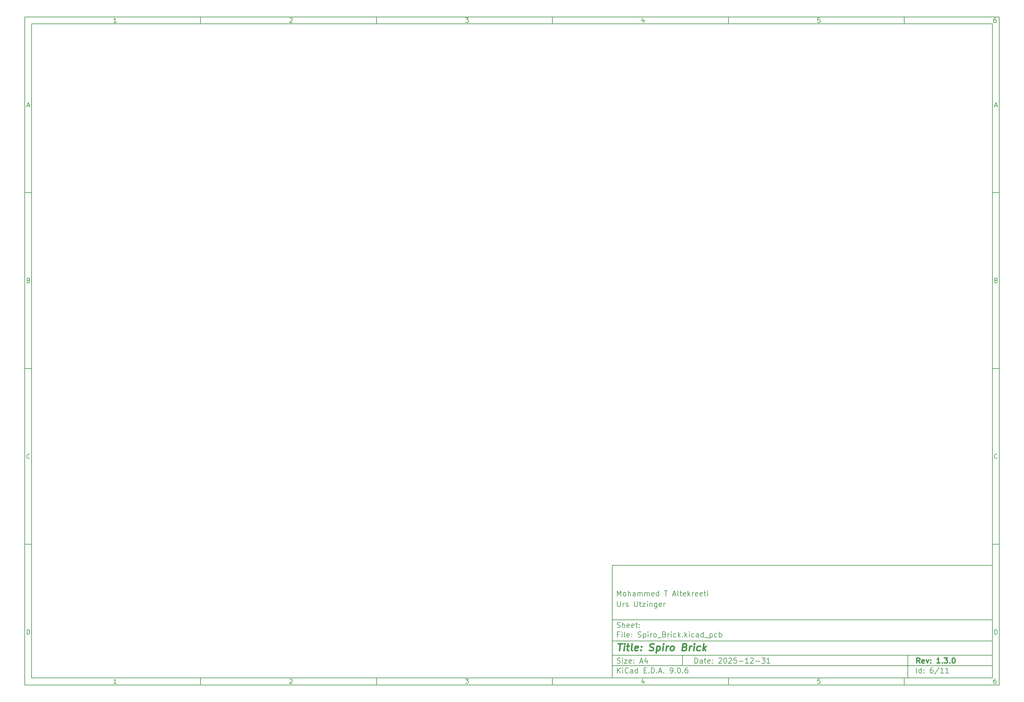
<source format=gbr>
%TF.GenerationSoftware,KiCad,Pcbnew,9.0.6-9.0.6~ubuntu22.04.1*%
%TF.CreationDate,2026-01-05T20:27:44-07:00*%
%TF.ProjectId,Spiro_Brick,53706972-6f5f-4427-9269-636b2e6b6963,1.3.0*%
%TF.SameCoordinates,Original*%
%TF.FileFunction,Legend,Bot*%
%TF.FilePolarity,Positive*%
%FSLAX46Y46*%
G04 Gerber Fmt 4.6, Leading zero omitted, Abs format (unit mm)*
G04 Created by KiCad (PCBNEW 9.0.6-9.0.6~ubuntu22.04.1) date 2026-01-05 20:27:44*
%MOMM*%
%LPD*%
G01*
G04 APERTURE LIST*
%ADD10C,0.100000*%
%ADD11C,0.150000*%
%ADD12C,0.300000*%
%ADD13C,0.400000*%
G04 APERTURE END LIST*
D10*
D11*
X177002200Y-166007200D02*
X285002200Y-166007200D01*
X285002200Y-198007200D01*
X177002200Y-198007200D01*
X177002200Y-166007200D01*
D10*
D11*
X10000000Y-10000000D02*
X287002200Y-10000000D01*
X287002200Y-200007200D01*
X10000000Y-200007200D01*
X10000000Y-10000000D01*
D10*
D11*
X12000000Y-12000000D02*
X285002200Y-12000000D01*
X285002200Y-198007200D01*
X12000000Y-198007200D01*
X12000000Y-12000000D01*
D10*
D11*
X60000000Y-12000000D02*
X60000000Y-10000000D01*
D10*
D11*
X110000000Y-12000000D02*
X110000000Y-10000000D01*
D10*
D11*
X160000000Y-12000000D02*
X160000000Y-10000000D01*
D10*
D11*
X210000000Y-12000000D02*
X210000000Y-10000000D01*
D10*
D11*
X260000000Y-12000000D02*
X260000000Y-10000000D01*
D10*
D11*
X36089160Y-11593604D02*
X35346303Y-11593604D01*
X35717731Y-11593604D02*
X35717731Y-10293604D01*
X35717731Y-10293604D02*
X35593922Y-10479319D01*
X35593922Y-10479319D02*
X35470112Y-10603128D01*
X35470112Y-10603128D02*
X35346303Y-10665033D01*
D10*
D11*
X85346303Y-10417414D02*
X85408207Y-10355509D01*
X85408207Y-10355509D02*
X85532017Y-10293604D01*
X85532017Y-10293604D02*
X85841541Y-10293604D01*
X85841541Y-10293604D02*
X85965350Y-10355509D01*
X85965350Y-10355509D02*
X86027255Y-10417414D01*
X86027255Y-10417414D02*
X86089160Y-10541223D01*
X86089160Y-10541223D02*
X86089160Y-10665033D01*
X86089160Y-10665033D02*
X86027255Y-10850747D01*
X86027255Y-10850747D02*
X85284398Y-11593604D01*
X85284398Y-11593604D02*
X86089160Y-11593604D01*
D10*
D11*
X135284398Y-10293604D02*
X136089160Y-10293604D01*
X136089160Y-10293604D02*
X135655826Y-10788842D01*
X135655826Y-10788842D02*
X135841541Y-10788842D01*
X135841541Y-10788842D02*
X135965350Y-10850747D01*
X135965350Y-10850747D02*
X136027255Y-10912652D01*
X136027255Y-10912652D02*
X136089160Y-11036461D01*
X136089160Y-11036461D02*
X136089160Y-11345985D01*
X136089160Y-11345985D02*
X136027255Y-11469795D01*
X136027255Y-11469795D02*
X135965350Y-11531700D01*
X135965350Y-11531700D02*
X135841541Y-11593604D01*
X135841541Y-11593604D02*
X135470112Y-11593604D01*
X135470112Y-11593604D02*
X135346303Y-11531700D01*
X135346303Y-11531700D02*
X135284398Y-11469795D01*
D10*
D11*
X185965350Y-10726938D02*
X185965350Y-11593604D01*
X185655826Y-10231700D02*
X185346303Y-11160271D01*
X185346303Y-11160271D02*
X186151064Y-11160271D01*
D10*
D11*
X236027255Y-10293604D02*
X235408207Y-10293604D01*
X235408207Y-10293604D02*
X235346303Y-10912652D01*
X235346303Y-10912652D02*
X235408207Y-10850747D01*
X235408207Y-10850747D02*
X235532017Y-10788842D01*
X235532017Y-10788842D02*
X235841541Y-10788842D01*
X235841541Y-10788842D02*
X235965350Y-10850747D01*
X235965350Y-10850747D02*
X236027255Y-10912652D01*
X236027255Y-10912652D02*
X236089160Y-11036461D01*
X236089160Y-11036461D02*
X236089160Y-11345985D01*
X236089160Y-11345985D02*
X236027255Y-11469795D01*
X236027255Y-11469795D02*
X235965350Y-11531700D01*
X235965350Y-11531700D02*
X235841541Y-11593604D01*
X235841541Y-11593604D02*
X235532017Y-11593604D01*
X235532017Y-11593604D02*
X235408207Y-11531700D01*
X235408207Y-11531700D02*
X235346303Y-11469795D01*
D10*
D11*
X285965350Y-10293604D02*
X285717731Y-10293604D01*
X285717731Y-10293604D02*
X285593922Y-10355509D01*
X285593922Y-10355509D02*
X285532017Y-10417414D01*
X285532017Y-10417414D02*
X285408207Y-10603128D01*
X285408207Y-10603128D02*
X285346303Y-10850747D01*
X285346303Y-10850747D02*
X285346303Y-11345985D01*
X285346303Y-11345985D02*
X285408207Y-11469795D01*
X285408207Y-11469795D02*
X285470112Y-11531700D01*
X285470112Y-11531700D02*
X285593922Y-11593604D01*
X285593922Y-11593604D02*
X285841541Y-11593604D01*
X285841541Y-11593604D02*
X285965350Y-11531700D01*
X285965350Y-11531700D02*
X286027255Y-11469795D01*
X286027255Y-11469795D02*
X286089160Y-11345985D01*
X286089160Y-11345985D02*
X286089160Y-11036461D01*
X286089160Y-11036461D02*
X286027255Y-10912652D01*
X286027255Y-10912652D02*
X285965350Y-10850747D01*
X285965350Y-10850747D02*
X285841541Y-10788842D01*
X285841541Y-10788842D02*
X285593922Y-10788842D01*
X285593922Y-10788842D02*
X285470112Y-10850747D01*
X285470112Y-10850747D02*
X285408207Y-10912652D01*
X285408207Y-10912652D02*
X285346303Y-11036461D01*
D10*
D11*
X60000000Y-198007200D02*
X60000000Y-200007200D01*
D10*
D11*
X110000000Y-198007200D02*
X110000000Y-200007200D01*
D10*
D11*
X160000000Y-198007200D02*
X160000000Y-200007200D01*
D10*
D11*
X210000000Y-198007200D02*
X210000000Y-200007200D01*
D10*
D11*
X260000000Y-198007200D02*
X260000000Y-200007200D01*
D10*
D11*
X36089160Y-199600804D02*
X35346303Y-199600804D01*
X35717731Y-199600804D02*
X35717731Y-198300804D01*
X35717731Y-198300804D02*
X35593922Y-198486519D01*
X35593922Y-198486519D02*
X35470112Y-198610328D01*
X35470112Y-198610328D02*
X35346303Y-198672233D01*
D10*
D11*
X85346303Y-198424614D02*
X85408207Y-198362709D01*
X85408207Y-198362709D02*
X85532017Y-198300804D01*
X85532017Y-198300804D02*
X85841541Y-198300804D01*
X85841541Y-198300804D02*
X85965350Y-198362709D01*
X85965350Y-198362709D02*
X86027255Y-198424614D01*
X86027255Y-198424614D02*
X86089160Y-198548423D01*
X86089160Y-198548423D02*
X86089160Y-198672233D01*
X86089160Y-198672233D02*
X86027255Y-198857947D01*
X86027255Y-198857947D02*
X85284398Y-199600804D01*
X85284398Y-199600804D02*
X86089160Y-199600804D01*
D10*
D11*
X135284398Y-198300804D02*
X136089160Y-198300804D01*
X136089160Y-198300804D02*
X135655826Y-198796042D01*
X135655826Y-198796042D02*
X135841541Y-198796042D01*
X135841541Y-198796042D02*
X135965350Y-198857947D01*
X135965350Y-198857947D02*
X136027255Y-198919852D01*
X136027255Y-198919852D02*
X136089160Y-199043661D01*
X136089160Y-199043661D02*
X136089160Y-199353185D01*
X136089160Y-199353185D02*
X136027255Y-199476995D01*
X136027255Y-199476995D02*
X135965350Y-199538900D01*
X135965350Y-199538900D02*
X135841541Y-199600804D01*
X135841541Y-199600804D02*
X135470112Y-199600804D01*
X135470112Y-199600804D02*
X135346303Y-199538900D01*
X135346303Y-199538900D02*
X135284398Y-199476995D01*
D10*
D11*
X185965350Y-198734138D02*
X185965350Y-199600804D01*
X185655826Y-198238900D02*
X185346303Y-199167471D01*
X185346303Y-199167471D02*
X186151064Y-199167471D01*
D10*
D11*
X236027255Y-198300804D02*
X235408207Y-198300804D01*
X235408207Y-198300804D02*
X235346303Y-198919852D01*
X235346303Y-198919852D02*
X235408207Y-198857947D01*
X235408207Y-198857947D02*
X235532017Y-198796042D01*
X235532017Y-198796042D02*
X235841541Y-198796042D01*
X235841541Y-198796042D02*
X235965350Y-198857947D01*
X235965350Y-198857947D02*
X236027255Y-198919852D01*
X236027255Y-198919852D02*
X236089160Y-199043661D01*
X236089160Y-199043661D02*
X236089160Y-199353185D01*
X236089160Y-199353185D02*
X236027255Y-199476995D01*
X236027255Y-199476995D02*
X235965350Y-199538900D01*
X235965350Y-199538900D02*
X235841541Y-199600804D01*
X235841541Y-199600804D02*
X235532017Y-199600804D01*
X235532017Y-199600804D02*
X235408207Y-199538900D01*
X235408207Y-199538900D02*
X235346303Y-199476995D01*
D10*
D11*
X285965350Y-198300804D02*
X285717731Y-198300804D01*
X285717731Y-198300804D02*
X285593922Y-198362709D01*
X285593922Y-198362709D02*
X285532017Y-198424614D01*
X285532017Y-198424614D02*
X285408207Y-198610328D01*
X285408207Y-198610328D02*
X285346303Y-198857947D01*
X285346303Y-198857947D02*
X285346303Y-199353185D01*
X285346303Y-199353185D02*
X285408207Y-199476995D01*
X285408207Y-199476995D02*
X285470112Y-199538900D01*
X285470112Y-199538900D02*
X285593922Y-199600804D01*
X285593922Y-199600804D02*
X285841541Y-199600804D01*
X285841541Y-199600804D02*
X285965350Y-199538900D01*
X285965350Y-199538900D02*
X286027255Y-199476995D01*
X286027255Y-199476995D02*
X286089160Y-199353185D01*
X286089160Y-199353185D02*
X286089160Y-199043661D01*
X286089160Y-199043661D02*
X286027255Y-198919852D01*
X286027255Y-198919852D02*
X285965350Y-198857947D01*
X285965350Y-198857947D02*
X285841541Y-198796042D01*
X285841541Y-198796042D02*
X285593922Y-198796042D01*
X285593922Y-198796042D02*
X285470112Y-198857947D01*
X285470112Y-198857947D02*
X285408207Y-198919852D01*
X285408207Y-198919852D02*
X285346303Y-199043661D01*
D10*
D11*
X10000000Y-60000000D02*
X12000000Y-60000000D01*
D10*
D11*
X10000000Y-110000000D02*
X12000000Y-110000000D01*
D10*
D11*
X10000000Y-160000000D02*
X12000000Y-160000000D01*
D10*
D11*
X10690476Y-35222176D02*
X11309523Y-35222176D01*
X10566666Y-35593604D02*
X10999999Y-34293604D01*
X10999999Y-34293604D02*
X11433333Y-35593604D01*
D10*
D11*
X11092857Y-84912652D02*
X11278571Y-84974557D01*
X11278571Y-84974557D02*
X11340476Y-85036461D01*
X11340476Y-85036461D02*
X11402380Y-85160271D01*
X11402380Y-85160271D02*
X11402380Y-85345985D01*
X11402380Y-85345985D02*
X11340476Y-85469795D01*
X11340476Y-85469795D02*
X11278571Y-85531700D01*
X11278571Y-85531700D02*
X11154761Y-85593604D01*
X11154761Y-85593604D02*
X10659523Y-85593604D01*
X10659523Y-85593604D02*
X10659523Y-84293604D01*
X10659523Y-84293604D02*
X11092857Y-84293604D01*
X11092857Y-84293604D02*
X11216666Y-84355509D01*
X11216666Y-84355509D02*
X11278571Y-84417414D01*
X11278571Y-84417414D02*
X11340476Y-84541223D01*
X11340476Y-84541223D02*
X11340476Y-84665033D01*
X11340476Y-84665033D02*
X11278571Y-84788842D01*
X11278571Y-84788842D02*
X11216666Y-84850747D01*
X11216666Y-84850747D02*
X11092857Y-84912652D01*
X11092857Y-84912652D02*
X10659523Y-84912652D01*
D10*
D11*
X11402380Y-135469795D02*
X11340476Y-135531700D01*
X11340476Y-135531700D02*
X11154761Y-135593604D01*
X11154761Y-135593604D02*
X11030952Y-135593604D01*
X11030952Y-135593604D02*
X10845238Y-135531700D01*
X10845238Y-135531700D02*
X10721428Y-135407890D01*
X10721428Y-135407890D02*
X10659523Y-135284080D01*
X10659523Y-135284080D02*
X10597619Y-135036461D01*
X10597619Y-135036461D02*
X10597619Y-134850747D01*
X10597619Y-134850747D02*
X10659523Y-134603128D01*
X10659523Y-134603128D02*
X10721428Y-134479319D01*
X10721428Y-134479319D02*
X10845238Y-134355509D01*
X10845238Y-134355509D02*
X11030952Y-134293604D01*
X11030952Y-134293604D02*
X11154761Y-134293604D01*
X11154761Y-134293604D02*
X11340476Y-134355509D01*
X11340476Y-134355509D02*
X11402380Y-134417414D01*
D10*
D11*
X10659523Y-185593604D02*
X10659523Y-184293604D01*
X10659523Y-184293604D02*
X10969047Y-184293604D01*
X10969047Y-184293604D02*
X11154761Y-184355509D01*
X11154761Y-184355509D02*
X11278571Y-184479319D01*
X11278571Y-184479319D02*
X11340476Y-184603128D01*
X11340476Y-184603128D02*
X11402380Y-184850747D01*
X11402380Y-184850747D02*
X11402380Y-185036461D01*
X11402380Y-185036461D02*
X11340476Y-185284080D01*
X11340476Y-185284080D02*
X11278571Y-185407890D01*
X11278571Y-185407890D02*
X11154761Y-185531700D01*
X11154761Y-185531700D02*
X10969047Y-185593604D01*
X10969047Y-185593604D02*
X10659523Y-185593604D01*
D10*
D11*
X287002200Y-60000000D02*
X285002200Y-60000000D01*
D10*
D11*
X287002200Y-110000000D02*
X285002200Y-110000000D01*
D10*
D11*
X287002200Y-160000000D02*
X285002200Y-160000000D01*
D10*
D11*
X285692676Y-35222176D02*
X286311723Y-35222176D01*
X285568866Y-35593604D02*
X286002199Y-34293604D01*
X286002199Y-34293604D02*
X286435533Y-35593604D01*
D10*
D11*
X286095057Y-84912652D02*
X286280771Y-84974557D01*
X286280771Y-84974557D02*
X286342676Y-85036461D01*
X286342676Y-85036461D02*
X286404580Y-85160271D01*
X286404580Y-85160271D02*
X286404580Y-85345985D01*
X286404580Y-85345985D02*
X286342676Y-85469795D01*
X286342676Y-85469795D02*
X286280771Y-85531700D01*
X286280771Y-85531700D02*
X286156961Y-85593604D01*
X286156961Y-85593604D02*
X285661723Y-85593604D01*
X285661723Y-85593604D02*
X285661723Y-84293604D01*
X285661723Y-84293604D02*
X286095057Y-84293604D01*
X286095057Y-84293604D02*
X286218866Y-84355509D01*
X286218866Y-84355509D02*
X286280771Y-84417414D01*
X286280771Y-84417414D02*
X286342676Y-84541223D01*
X286342676Y-84541223D02*
X286342676Y-84665033D01*
X286342676Y-84665033D02*
X286280771Y-84788842D01*
X286280771Y-84788842D02*
X286218866Y-84850747D01*
X286218866Y-84850747D02*
X286095057Y-84912652D01*
X286095057Y-84912652D02*
X285661723Y-84912652D01*
D10*
D11*
X286404580Y-135469795D02*
X286342676Y-135531700D01*
X286342676Y-135531700D02*
X286156961Y-135593604D01*
X286156961Y-135593604D02*
X286033152Y-135593604D01*
X286033152Y-135593604D02*
X285847438Y-135531700D01*
X285847438Y-135531700D02*
X285723628Y-135407890D01*
X285723628Y-135407890D02*
X285661723Y-135284080D01*
X285661723Y-135284080D02*
X285599819Y-135036461D01*
X285599819Y-135036461D02*
X285599819Y-134850747D01*
X285599819Y-134850747D02*
X285661723Y-134603128D01*
X285661723Y-134603128D02*
X285723628Y-134479319D01*
X285723628Y-134479319D02*
X285847438Y-134355509D01*
X285847438Y-134355509D02*
X286033152Y-134293604D01*
X286033152Y-134293604D02*
X286156961Y-134293604D01*
X286156961Y-134293604D02*
X286342676Y-134355509D01*
X286342676Y-134355509D02*
X286404580Y-134417414D01*
D10*
D11*
X285661723Y-185593604D02*
X285661723Y-184293604D01*
X285661723Y-184293604D02*
X285971247Y-184293604D01*
X285971247Y-184293604D02*
X286156961Y-184355509D01*
X286156961Y-184355509D02*
X286280771Y-184479319D01*
X286280771Y-184479319D02*
X286342676Y-184603128D01*
X286342676Y-184603128D02*
X286404580Y-184850747D01*
X286404580Y-184850747D02*
X286404580Y-185036461D01*
X286404580Y-185036461D02*
X286342676Y-185284080D01*
X286342676Y-185284080D02*
X286280771Y-185407890D01*
X286280771Y-185407890D02*
X286156961Y-185531700D01*
X286156961Y-185531700D02*
X285971247Y-185593604D01*
X285971247Y-185593604D02*
X285661723Y-185593604D01*
D10*
D11*
X200458026Y-193793328D02*
X200458026Y-192293328D01*
X200458026Y-192293328D02*
X200815169Y-192293328D01*
X200815169Y-192293328D02*
X201029455Y-192364757D01*
X201029455Y-192364757D02*
X201172312Y-192507614D01*
X201172312Y-192507614D02*
X201243741Y-192650471D01*
X201243741Y-192650471D02*
X201315169Y-192936185D01*
X201315169Y-192936185D02*
X201315169Y-193150471D01*
X201315169Y-193150471D02*
X201243741Y-193436185D01*
X201243741Y-193436185D02*
X201172312Y-193579042D01*
X201172312Y-193579042D02*
X201029455Y-193721900D01*
X201029455Y-193721900D02*
X200815169Y-193793328D01*
X200815169Y-193793328D02*
X200458026Y-193793328D01*
X202600884Y-193793328D02*
X202600884Y-193007614D01*
X202600884Y-193007614D02*
X202529455Y-192864757D01*
X202529455Y-192864757D02*
X202386598Y-192793328D01*
X202386598Y-192793328D02*
X202100884Y-192793328D01*
X202100884Y-192793328D02*
X201958026Y-192864757D01*
X202600884Y-193721900D02*
X202458026Y-193793328D01*
X202458026Y-193793328D02*
X202100884Y-193793328D01*
X202100884Y-193793328D02*
X201958026Y-193721900D01*
X201958026Y-193721900D02*
X201886598Y-193579042D01*
X201886598Y-193579042D02*
X201886598Y-193436185D01*
X201886598Y-193436185D02*
X201958026Y-193293328D01*
X201958026Y-193293328D02*
X202100884Y-193221900D01*
X202100884Y-193221900D02*
X202458026Y-193221900D01*
X202458026Y-193221900D02*
X202600884Y-193150471D01*
X203100884Y-192793328D02*
X203672312Y-192793328D01*
X203315169Y-192293328D02*
X203315169Y-193579042D01*
X203315169Y-193579042D02*
X203386598Y-193721900D01*
X203386598Y-193721900D02*
X203529455Y-193793328D01*
X203529455Y-193793328D02*
X203672312Y-193793328D01*
X204743741Y-193721900D02*
X204600884Y-193793328D01*
X204600884Y-193793328D02*
X204315170Y-193793328D01*
X204315170Y-193793328D02*
X204172312Y-193721900D01*
X204172312Y-193721900D02*
X204100884Y-193579042D01*
X204100884Y-193579042D02*
X204100884Y-193007614D01*
X204100884Y-193007614D02*
X204172312Y-192864757D01*
X204172312Y-192864757D02*
X204315170Y-192793328D01*
X204315170Y-192793328D02*
X204600884Y-192793328D01*
X204600884Y-192793328D02*
X204743741Y-192864757D01*
X204743741Y-192864757D02*
X204815170Y-193007614D01*
X204815170Y-193007614D02*
X204815170Y-193150471D01*
X204815170Y-193150471D02*
X204100884Y-193293328D01*
X205458026Y-193650471D02*
X205529455Y-193721900D01*
X205529455Y-193721900D02*
X205458026Y-193793328D01*
X205458026Y-193793328D02*
X205386598Y-193721900D01*
X205386598Y-193721900D02*
X205458026Y-193650471D01*
X205458026Y-193650471D02*
X205458026Y-193793328D01*
X205458026Y-192864757D02*
X205529455Y-192936185D01*
X205529455Y-192936185D02*
X205458026Y-193007614D01*
X205458026Y-193007614D02*
X205386598Y-192936185D01*
X205386598Y-192936185D02*
X205458026Y-192864757D01*
X205458026Y-192864757D02*
X205458026Y-193007614D01*
X207243741Y-192436185D02*
X207315169Y-192364757D01*
X207315169Y-192364757D02*
X207458027Y-192293328D01*
X207458027Y-192293328D02*
X207815169Y-192293328D01*
X207815169Y-192293328D02*
X207958027Y-192364757D01*
X207958027Y-192364757D02*
X208029455Y-192436185D01*
X208029455Y-192436185D02*
X208100884Y-192579042D01*
X208100884Y-192579042D02*
X208100884Y-192721900D01*
X208100884Y-192721900D02*
X208029455Y-192936185D01*
X208029455Y-192936185D02*
X207172312Y-193793328D01*
X207172312Y-193793328D02*
X208100884Y-193793328D01*
X209029455Y-192293328D02*
X209172312Y-192293328D01*
X209172312Y-192293328D02*
X209315169Y-192364757D01*
X209315169Y-192364757D02*
X209386598Y-192436185D01*
X209386598Y-192436185D02*
X209458026Y-192579042D01*
X209458026Y-192579042D02*
X209529455Y-192864757D01*
X209529455Y-192864757D02*
X209529455Y-193221900D01*
X209529455Y-193221900D02*
X209458026Y-193507614D01*
X209458026Y-193507614D02*
X209386598Y-193650471D01*
X209386598Y-193650471D02*
X209315169Y-193721900D01*
X209315169Y-193721900D02*
X209172312Y-193793328D01*
X209172312Y-193793328D02*
X209029455Y-193793328D01*
X209029455Y-193793328D02*
X208886598Y-193721900D01*
X208886598Y-193721900D02*
X208815169Y-193650471D01*
X208815169Y-193650471D02*
X208743740Y-193507614D01*
X208743740Y-193507614D02*
X208672312Y-193221900D01*
X208672312Y-193221900D02*
X208672312Y-192864757D01*
X208672312Y-192864757D02*
X208743740Y-192579042D01*
X208743740Y-192579042D02*
X208815169Y-192436185D01*
X208815169Y-192436185D02*
X208886598Y-192364757D01*
X208886598Y-192364757D02*
X209029455Y-192293328D01*
X210100883Y-192436185D02*
X210172311Y-192364757D01*
X210172311Y-192364757D02*
X210315169Y-192293328D01*
X210315169Y-192293328D02*
X210672311Y-192293328D01*
X210672311Y-192293328D02*
X210815169Y-192364757D01*
X210815169Y-192364757D02*
X210886597Y-192436185D01*
X210886597Y-192436185D02*
X210958026Y-192579042D01*
X210958026Y-192579042D02*
X210958026Y-192721900D01*
X210958026Y-192721900D02*
X210886597Y-192936185D01*
X210886597Y-192936185D02*
X210029454Y-193793328D01*
X210029454Y-193793328D02*
X210958026Y-193793328D01*
X212315168Y-192293328D02*
X211600882Y-192293328D01*
X211600882Y-192293328D02*
X211529454Y-193007614D01*
X211529454Y-193007614D02*
X211600882Y-192936185D01*
X211600882Y-192936185D02*
X211743740Y-192864757D01*
X211743740Y-192864757D02*
X212100882Y-192864757D01*
X212100882Y-192864757D02*
X212243740Y-192936185D01*
X212243740Y-192936185D02*
X212315168Y-193007614D01*
X212315168Y-193007614D02*
X212386597Y-193150471D01*
X212386597Y-193150471D02*
X212386597Y-193507614D01*
X212386597Y-193507614D02*
X212315168Y-193650471D01*
X212315168Y-193650471D02*
X212243740Y-193721900D01*
X212243740Y-193721900D02*
X212100882Y-193793328D01*
X212100882Y-193793328D02*
X211743740Y-193793328D01*
X211743740Y-193793328D02*
X211600882Y-193721900D01*
X211600882Y-193721900D02*
X211529454Y-193650471D01*
X213029453Y-193221900D02*
X214172311Y-193221900D01*
X215672311Y-193793328D02*
X214815168Y-193793328D01*
X215243739Y-193793328D02*
X215243739Y-192293328D01*
X215243739Y-192293328D02*
X215100882Y-192507614D01*
X215100882Y-192507614D02*
X214958025Y-192650471D01*
X214958025Y-192650471D02*
X214815168Y-192721900D01*
X216243739Y-192436185D02*
X216315167Y-192364757D01*
X216315167Y-192364757D02*
X216458025Y-192293328D01*
X216458025Y-192293328D02*
X216815167Y-192293328D01*
X216815167Y-192293328D02*
X216958025Y-192364757D01*
X216958025Y-192364757D02*
X217029453Y-192436185D01*
X217029453Y-192436185D02*
X217100882Y-192579042D01*
X217100882Y-192579042D02*
X217100882Y-192721900D01*
X217100882Y-192721900D02*
X217029453Y-192936185D01*
X217029453Y-192936185D02*
X216172310Y-193793328D01*
X216172310Y-193793328D02*
X217100882Y-193793328D01*
X217743738Y-193221900D02*
X218886596Y-193221900D01*
X219458024Y-192293328D02*
X220386596Y-192293328D01*
X220386596Y-192293328D02*
X219886596Y-192864757D01*
X219886596Y-192864757D02*
X220100881Y-192864757D01*
X220100881Y-192864757D02*
X220243739Y-192936185D01*
X220243739Y-192936185D02*
X220315167Y-193007614D01*
X220315167Y-193007614D02*
X220386596Y-193150471D01*
X220386596Y-193150471D02*
X220386596Y-193507614D01*
X220386596Y-193507614D02*
X220315167Y-193650471D01*
X220315167Y-193650471D02*
X220243739Y-193721900D01*
X220243739Y-193721900D02*
X220100881Y-193793328D01*
X220100881Y-193793328D02*
X219672310Y-193793328D01*
X219672310Y-193793328D02*
X219529453Y-193721900D01*
X219529453Y-193721900D02*
X219458024Y-193650471D01*
X221815167Y-193793328D02*
X220958024Y-193793328D01*
X221386595Y-193793328D02*
X221386595Y-192293328D01*
X221386595Y-192293328D02*
X221243738Y-192507614D01*
X221243738Y-192507614D02*
X221100881Y-192650471D01*
X221100881Y-192650471D02*
X220958024Y-192721900D01*
D10*
D11*
X177002200Y-194507200D02*
X285002200Y-194507200D01*
D10*
D11*
X178458026Y-196593328D02*
X178458026Y-195093328D01*
X179315169Y-196593328D02*
X178672312Y-195736185D01*
X179315169Y-195093328D02*
X178458026Y-195950471D01*
X179958026Y-196593328D02*
X179958026Y-195593328D01*
X179958026Y-195093328D02*
X179886598Y-195164757D01*
X179886598Y-195164757D02*
X179958026Y-195236185D01*
X179958026Y-195236185D02*
X180029455Y-195164757D01*
X180029455Y-195164757D02*
X179958026Y-195093328D01*
X179958026Y-195093328D02*
X179958026Y-195236185D01*
X181529455Y-196450471D02*
X181458027Y-196521900D01*
X181458027Y-196521900D02*
X181243741Y-196593328D01*
X181243741Y-196593328D02*
X181100884Y-196593328D01*
X181100884Y-196593328D02*
X180886598Y-196521900D01*
X180886598Y-196521900D02*
X180743741Y-196379042D01*
X180743741Y-196379042D02*
X180672312Y-196236185D01*
X180672312Y-196236185D02*
X180600884Y-195950471D01*
X180600884Y-195950471D02*
X180600884Y-195736185D01*
X180600884Y-195736185D02*
X180672312Y-195450471D01*
X180672312Y-195450471D02*
X180743741Y-195307614D01*
X180743741Y-195307614D02*
X180886598Y-195164757D01*
X180886598Y-195164757D02*
X181100884Y-195093328D01*
X181100884Y-195093328D02*
X181243741Y-195093328D01*
X181243741Y-195093328D02*
X181458027Y-195164757D01*
X181458027Y-195164757D02*
X181529455Y-195236185D01*
X182815170Y-196593328D02*
X182815170Y-195807614D01*
X182815170Y-195807614D02*
X182743741Y-195664757D01*
X182743741Y-195664757D02*
X182600884Y-195593328D01*
X182600884Y-195593328D02*
X182315170Y-195593328D01*
X182315170Y-195593328D02*
X182172312Y-195664757D01*
X182815170Y-196521900D02*
X182672312Y-196593328D01*
X182672312Y-196593328D02*
X182315170Y-196593328D01*
X182315170Y-196593328D02*
X182172312Y-196521900D01*
X182172312Y-196521900D02*
X182100884Y-196379042D01*
X182100884Y-196379042D02*
X182100884Y-196236185D01*
X182100884Y-196236185D02*
X182172312Y-196093328D01*
X182172312Y-196093328D02*
X182315170Y-196021900D01*
X182315170Y-196021900D02*
X182672312Y-196021900D01*
X182672312Y-196021900D02*
X182815170Y-195950471D01*
X184172313Y-196593328D02*
X184172313Y-195093328D01*
X184172313Y-196521900D02*
X184029455Y-196593328D01*
X184029455Y-196593328D02*
X183743741Y-196593328D01*
X183743741Y-196593328D02*
X183600884Y-196521900D01*
X183600884Y-196521900D02*
X183529455Y-196450471D01*
X183529455Y-196450471D02*
X183458027Y-196307614D01*
X183458027Y-196307614D02*
X183458027Y-195879042D01*
X183458027Y-195879042D02*
X183529455Y-195736185D01*
X183529455Y-195736185D02*
X183600884Y-195664757D01*
X183600884Y-195664757D02*
X183743741Y-195593328D01*
X183743741Y-195593328D02*
X184029455Y-195593328D01*
X184029455Y-195593328D02*
X184172313Y-195664757D01*
X186029455Y-195807614D02*
X186529455Y-195807614D01*
X186743741Y-196593328D02*
X186029455Y-196593328D01*
X186029455Y-196593328D02*
X186029455Y-195093328D01*
X186029455Y-195093328D02*
X186743741Y-195093328D01*
X187386598Y-196450471D02*
X187458027Y-196521900D01*
X187458027Y-196521900D02*
X187386598Y-196593328D01*
X187386598Y-196593328D02*
X187315170Y-196521900D01*
X187315170Y-196521900D02*
X187386598Y-196450471D01*
X187386598Y-196450471D02*
X187386598Y-196593328D01*
X188100884Y-196593328D02*
X188100884Y-195093328D01*
X188100884Y-195093328D02*
X188458027Y-195093328D01*
X188458027Y-195093328D02*
X188672313Y-195164757D01*
X188672313Y-195164757D02*
X188815170Y-195307614D01*
X188815170Y-195307614D02*
X188886599Y-195450471D01*
X188886599Y-195450471D02*
X188958027Y-195736185D01*
X188958027Y-195736185D02*
X188958027Y-195950471D01*
X188958027Y-195950471D02*
X188886599Y-196236185D01*
X188886599Y-196236185D02*
X188815170Y-196379042D01*
X188815170Y-196379042D02*
X188672313Y-196521900D01*
X188672313Y-196521900D02*
X188458027Y-196593328D01*
X188458027Y-196593328D02*
X188100884Y-196593328D01*
X189600884Y-196450471D02*
X189672313Y-196521900D01*
X189672313Y-196521900D02*
X189600884Y-196593328D01*
X189600884Y-196593328D02*
X189529456Y-196521900D01*
X189529456Y-196521900D02*
X189600884Y-196450471D01*
X189600884Y-196450471D02*
X189600884Y-196593328D01*
X190243742Y-196164757D02*
X190958028Y-196164757D01*
X190100885Y-196593328D02*
X190600885Y-195093328D01*
X190600885Y-195093328D02*
X191100885Y-196593328D01*
X191600884Y-196450471D02*
X191672313Y-196521900D01*
X191672313Y-196521900D02*
X191600884Y-196593328D01*
X191600884Y-196593328D02*
X191529456Y-196521900D01*
X191529456Y-196521900D02*
X191600884Y-196450471D01*
X191600884Y-196450471D02*
X191600884Y-196593328D01*
X193529456Y-196593328D02*
X193815170Y-196593328D01*
X193815170Y-196593328D02*
X193958027Y-196521900D01*
X193958027Y-196521900D02*
X194029456Y-196450471D01*
X194029456Y-196450471D02*
X194172313Y-196236185D01*
X194172313Y-196236185D02*
X194243742Y-195950471D01*
X194243742Y-195950471D02*
X194243742Y-195379042D01*
X194243742Y-195379042D02*
X194172313Y-195236185D01*
X194172313Y-195236185D02*
X194100885Y-195164757D01*
X194100885Y-195164757D02*
X193958027Y-195093328D01*
X193958027Y-195093328D02*
X193672313Y-195093328D01*
X193672313Y-195093328D02*
X193529456Y-195164757D01*
X193529456Y-195164757D02*
X193458027Y-195236185D01*
X193458027Y-195236185D02*
X193386599Y-195379042D01*
X193386599Y-195379042D02*
X193386599Y-195736185D01*
X193386599Y-195736185D02*
X193458027Y-195879042D01*
X193458027Y-195879042D02*
X193529456Y-195950471D01*
X193529456Y-195950471D02*
X193672313Y-196021900D01*
X193672313Y-196021900D02*
X193958027Y-196021900D01*
X193958027Y-196021900D02*
X194100885Y-195950471D01*
X194100885Y-195950471D02*
X194172313Y-195879042D01*
X194172313Y-195879042D02*
X194243742Y-195736185D01*
X194886598Y-196450471D02*
X194958027Y-196521900D01*
X194958027Y-196521900D02*
X194886598Y-196593328D01*
X194886598Y-196593328D02*
X194815170Y-196521900D01*
X194815170Y-196521900D02*
X194886598Y-196450471D01*
X194886598Y-196450471D02*
X194886598Y-196593328D01*
X195886599Y-195093328D02*
X196029456Y-195093328D01*
X196029456Y-195093328D02*
X196172313Y-195164757D01*
X196172313Y-195164757D02*
X196243742Y-195236185D01*
X196243742Y-195236185D02*
X196315170Y-195379042D01*
X196315170Y-195379042D02*
X196386599Y-195664757D01*
X196386599Y-195664757D02*
X196386599Y-196021900D01*
X196386599Y-196021900D02*
X196315170Y-196307614D01*
X196315170Y-196307614D02*
X196243742Y-196450471D01*
X196243742Y-196450471D02*
X196172313Y-196521900D01*
X196172313Y-196521900D02*
X196029456Y-196593328D01*
X196029456Y-196593328D02*
X195886599Y-196593328D01*
X195886599Y-196593328D02*
X195743742Y-196521900D01*
X195743742Y-196521900D02*
X195672313Y-196450471D01*
X195672313Y-196450471D02*
X195600884Y-196307614D01*
X195600884Y-196307614D02*
X195529456Y-196021900D01*
X195529456Y-196021900D02*
X195529456Y-195664757D01*
X195529456Y-195664757D02*
X195600884Y-195379042D01*
X195600884Y-195379042D02*
X195672313Y-195236185D01*
X195672313Y-195236185D02*
X195743742Y-195164757D01*
X195743742Y-195164757D02*
X195886599Y-195093328D01*
X197029455Y-196450471D02*
X197100884Y-196521900D01*
X197100884Y-196521900D02*
X197029455Y-196593328D01*
X197029455Y-196593328D02*
X196958027Y-196521900D01*
X196958027Y-196521900D02*
X197029455Y-196450471D01*
X197029455Y-196450471D02*
X197029455Y-196593328D01*
X198386599Y-195093328D02*
X198100884Y-195093328D01*
X198100884Y-195093328D02*
X197958027Y-195164757D01*
X197958027Y-195164757D02*
X197886599Y-195236185D01*
X197886599Y-195236185D02*
X197743741Y-195450471D01*
X197743741Y-195450471D02*
X197672313Y-195736185D01*
X197672313Y-195736185D02*
X197672313Y-196307614D01*
X197672313Y-196307614D02*
X197743741Y-196450471D01*
X197743741Y-196450471D02*
X197815170Y-196521900D01*
X197815170Y-196521900D02*
X197958027Y-196593328D01*
X197958027Y-196593328D02*
X198243741Y-196593328D01*
X198243741Y-196593328D02*
X198386599Y-196521900D01*
X198386599Y-196521900D02*
X198458027Y-196450471D01*
X198458027Y-196450471D02*
X198529456Y-196307614D01*
X198529456Y-196307614D02*
X198529456Y-195950471D01*
X198529456Y-195950471D02*
X198458027Y-195807614D01*
X198458027Y-195807614D02*
X198386599Y-195736185D01*
X198386599Y-195736185D02*
X198243741Y-195664757D01*
X198243741Y-195664757D02*
X197958027Y-195664757D01*
X197958027Y-195664757D02*
X197815170Y-195736185D01*
X197815170Y-195736185D02*
X197743741Y-195807614D01*
X197743741Y-195807614D02*
X197672313Y-195950471D01*
D10*
D11*
X177002200Y-191507200D02*
X285002200Y-191507200D01*
D10*
D12*
X264413853Y-193785528D02*
X263913853Y-193071242D01*
X263556710Y-193785528D02*
X263556710Y-192285528D01*
X263556710Y-192285528D02*
X264128139Y-192285528D01*
X264128139Y-192285528D02*
X264270996Y-192356957D01*
X264270996Y-192356957D02*
X264342425Y-192428385D01*
X264342425Y-192428385D02*
X264413853Y-192571242D01*
X264413853Y-192571242D02*
X264413853Y-192785528D01*
X264413853Y-192785528D02*
X264342425Y-192928385D01*
X264342425Y-192928385D02*
X264270996Y-192999814D01*
X264270996Y-192999814D02*
X264128139Y-193071242D01*
X264128139Y-193071242D02*
X263556710Y-193071242D01*
X265628139Y-193714100D02*
X265485282Y-193785528D01*
X265485282Y-193785528D02*
X265199568Y-193785528D01*
X265199568Y-193785528D02*
X265056710Y-193714100D01*
X265056710Y-193714100D02*
X264985282Y-193571242D01*
X264985282Y-193571242D02*
X264985282Y-192999814D01*
X264985282Y-192999814D02*
X265056710Y-192856957D01*
X265056710Y-192856957D02*
X265199568Y-192785528D01*
X265199568Y-192785528D02*
X265485282Y-192785528D01*
X265485282Y-192785528D02*
X265628139Y-192856957D01*
X265628139Y-192856957D02*
X265699568Y-192999814D01*
X265699568Y-192999814D02*
X265699568Y-193142671D01*
X265699568Y-193142671D02*
X264985282Y-193285528D01*
X266199567Y-192785528D02*
X266556710Y-193785528D01*
X266556710Y-193785528D02*
X266913853Y-192785528D01*
X267485281Y-193642671D02*
X267556710Y-193714100D01*
X267556710Y-193714100D02*
X267485281Y-193785528D01*
X267485281Y-193785528D02*
X267413853Y-193714100D01*
X267413853Y-193714100D02*
X267485281Y-193642671D01*
X267485281Y-193642671D02*
X267485281Y-193785528D01*
X267485281Y-192856957D02*
X267556710Y-192928385D01*
X267556710Y-192928385D02*
X267485281Y-192999814D01*
X267485281Y-192999814D02*
X267413853Y-192928385D01*
X267413853Y-192928385D02*
X267485281Y-192856957D01*
X267485281Y-192856957D02*
X267485281Y-192999814D01*
X270128139Y-193785528D02*
X269270996Y-193785528D01*
X269699567Y-193785528D02*
X269699567Y-192285528D01*
X269699567Y-192285528D02*
X269556710Y-192499814D01*
X269556710Y-192499814D02*
X269413853Y-192642671D01*
X269413853Y-192642671D02*
X269270996Y-192714100D01*
X270770995Y-193642671D02*
X270842424Y-193714100D01*
X270842424Y-193714100D02*
X270770995Y-193785528D01*
X270770995Y-193785528D02*
X270699567Y-193714100D01*
X270699567Y-193714100D02*
X270770995Y-193642671D01*
X270770995Y-193642671D02*
X270770995Y-193785528D01*
X271342424Y-192285528D02*
X272270996Y-192285528D01*
X272270996Y-192285528D02*
X271770996Y-192856957D01*
X271770996Y-192856957D02*
X271985281Y-192856957D01*
X271985281Y-192856957D02*
X272128139Y-192928385D01*
X272128139Y-192928385D02*
X272199567Y-192999814D01*
X272199567Y-192999814D02*
X272270996Y-193142671D01*
X272270996Y-193142671D02*
X272270996Y-193499814D01*
X272270996Y-193499814D02*
X272199567Y-193642671D01*
X272199567Y-193642671D02*
X272128139Y-193714100D01*
X272128139Y-193714100D02*
X271985281Y-193785528D01*
X271985281Y-193785528D02*
X271556710Y-193785528D01*
X271556710Y-193785528D02*
X271413853Y-193714100D01*
X271413853Y-193714100D02*
X271342424Y-193642671D01*
X272913852Y-193642671D02*
X272985281Y-193714100D01*
X272985281Y-193714100D02*
X272913852Y-193785528D01*
X272913852Y-193785528D02*
X272842424Y-193714100D01*
X272842424Y-193714100D02*
X272913852Y-193642671D01*
X272913852Y-193642671D02*
X272913852Y-193785528D01*
X273913853Y-192285528D02*
X274056710Y-192285528D01*
X274056710Y-192285528D02*
X274199567Y-192356957D01*
X274199567Y-192356957D02*
X274270996Y-192428385D01*
X274270996Y-192428385D02*
X274342424Y-192571242D01*
X274342424Y-192571242D02*
X274413853Y-192856957D01*
X274413853Y-192856957D02*
X274413853Y-193214100D01*
X274413853Y-193214100D02*
X274342424Y-193499814D01*
X274342424Y-193499814D02*
X274270996Y-193642671D01*
X274270996Y-193642671D02*
X274199567Y-193714100D01*
X274199567Y-193714100D02*
X274056710Y-193785528D01*
X274056710Y-193785528D02*
X273913853Y-193785528D01*
X273913853Y-193785528D02*
X273770996Y-193714100D01*
X273770996Y-193714100D02*
X273699567Y-193642671D01*
X273699567Y-193642671D02*
X273628138Y-193499814D01*
X273628138Y-193499814D02*
X273556710Y-193214100D01*
X273556710Y-193214100D02*
X273556710Y-192856957D01*
X273556710Y-192856957D02*
X273628138Y-192571242D01*
X273628138Y-192571242D02*
X273699567Y-192428385D01*
X273699567Y-192428385D02*
X273770996Y-192356957D01*
X273770996Y-192356957D02*
X273913853Y-192285528D01*
D10*
D11*
X178386598Y-193721900D02*
X178600884Y-193793328D01*
X178600884Y-193793328D02*
X178958026Y-193793328D01*
X178958026Y-193793328D02*
X179100884Y-193721900D01*
X179100884Y-193721900D02*
X179172312Y-193650471D01*
X179172312Y-193650471D02*
X179243741Y-193507614D01*
X179243741Y-193507614D02*
X179243741Y-193364757D01*
X179243741Y-193364757D02*
X179172312Y-193221900D01*
X179172312Y-193221900D02*
X179100884Y-193150471D01*
X179100884Y-193150471D02*
X178958026Y-193079042D01*
X178958026Y-193079042D02*
X178672312Y-193007614D01*
X178672312Y-193007614D02*
X178529455Y-192936185D01*
X178529455Y-192936185D02*
X178458026Y-192864757D01*
X178458026Y-192864757D02*
X178386598Y-192721900D01*
X178386598Y-192721900D02*
X178386598Y-192579042D01*
X178386598Y-192579042D02*
X178458026Y-192436185D01*
X178458026Y-192436185D02*
X178529455Y-192364757D01*
X178529455Y-192364757D02*
X178672312Y-192293328D01*
X178672312Y-192293328D02*
X179029455Y-192293328D01*
X179029455Y-192293328D02*
X179243741Y-192364757D01*
X179886597Y-193793328D02*
X179886597Y-192793328D01*
X179886597Y-192293328D02*
X179815169Y-192364757D01*
X179815169Y-192364757D02*
X179886597Y-192436185D01*
X179886597Y-192436185D02*
X179958026Y-192364757D01*
X179958026Y-192364757D02*
X179886597Y-192293328D01*
X179886597Y-192293328D02*
X179886597Y-192436185D01*
X180458026Y-192793328D02*
X181243741Y-192793328D01*
X181243741Y-192793328D02*
X180458026Y-193793328D01*
X180458026Y-193793328D02*
X181243741Y-193793328D01*
X182386598Y-193721900D02*
X182243741Y-193793328D01*
X182243741Y-193793328D02*
X181958027Y-193793328D01*
X181958027Y-193793328D02*
X181815169Y-193721900D01*
X181815169Y-193721900D02*
X181743741Y-193579042D01*
X181743741Y-193579042D02*
X181743741Y-193007614D01*
X181743741Y-193007614D02*
X181815169Y-192864757D01*
X181815169Y-192864757D02*
X181958027Y-192793328D01*
X181958027Y-192793328D02*
X182243741Y-192793328D01*
X182243741Y-192793328D02*
X182386598Y-192864757D01*
X182386598Y-192864757D02*
X182458027Y-193007614D01*
X182458027Y-193007614D02*
X182458027Y-193150471D01*
X182458027Y-193150471D02*
X181743741Y-193293328D01*
X183100883Y-193650471D02*
X183172312Y-193721900D01*
X183172312Y-193721900D02*
X183100883Y-193793328D01*
X183100883Y-193793328D02*
X183029455Y-193721900D01*
X183029455Y-193721900D02*
X183100883Y-193650471D01*
X183100883Y-193650471D02*
X183100883Y-193793328D01*
X183100883Y-192864757D02*
X183172312Y-192936185D01*
X183172312Y-192936185D02*
X183100883Y-193007614D01*
X183100883Y-193007614D02*
X183029455Y-192936185D01*
X183029455Y-192936185D02*
X183100883Y-192864757D01*
X183100883Y-192864757D02*
X183100883Y-193007614D01*
X184886598Y-193364757D02*
X185600884Y-193364757D01*
X184743741Y-193793328D02*
X185243741Y-192293328D01*
X185243741Y-192293328D02*
X185743741Y-193793328D01*
X186886598Y-192793328D02*
X186886598Y-193793328D01*
X186529455Y-192221900D02*
X186172312Y-193293328D01*
X186172312Y-193293328D02*
X187100883Y-193293328D01*
D10*
D11*
X263458026Y-196593328D02*
X263458026Y-195093328D01*
X264815170Y-196593328D02*
X264815170Y-195093328D01*
X264815170Y-196521900D02*
X264672312Y-196593328D01*
X264672312Y-196593328D02*
X264386598Y-196593328D01*
X264386598Y-196593328D02*
X264243741Y-196521900D01*
X264243741Y-196521900D02*
X264172312Y-196450471D01*
X264172312Y-196450471D02*
X264100884Y-196307614D01*
X264100884Y-196307614D02*
X264100884Y-195879042D01*
X264100884Y-195879042D02*
X264172312Y-195736185D01*
X264172312Y-195736185D02*
X264243741Y-195664757D01*
X264243741Y-195664757D02*
X264386598Y-195593328D01*
X264386598Y-195593328D02*
X264672312Y-195593328D01*
X264672312Y-195593328D02*
X264815170Y-195664757D01*
X265529455Y-196450471D02*
X265600884Y-196521900D01*
X265600884Y-196521900D02*
X265529455Y-196593328D01*
X265529455Y-196593328D02*
X265458027Y-196521900D01*
X265458027Y-196521900D02*
X265529455Y-196450471D01*
X265529455Y-196450471D02*
X265529455Y-196593328D01*
X265529455Y-195664757D02*
X265600884Y-195736185D01*
X265600884Y-195736185D02*
X265529455Y-195807614D01*
X265529455Y-195807614D02*
X265458027Y-195736185D01*
X265458027Y-195736185D02*
X265529455Y-195664757D01*
X265529455Y-195664757D02*
X265529455Y-195807614D01*
X268029456Y-195093328D02*
X267743741Y-195093328D01*
X267743741Y-195093328D02*
X267600884Y-195164757D01*
X267600884Y-195164757D02*
X267529456Y-195236185D01*
X267529456Y-195236185D02*
X267386598Y-195450471D01*
X267386598Y-195450471D02*
X267315170Y-195736185D01*
X267315170Y-195736185D02*
X267315170Y-196307614D01*
X267315170Y-196307614D02*
X267386598Y-196450471D01*
X267386598Y-196450471D02*
X267458027Y-196521900D01*
X267458027Y-196521900D02*
X267600884Y-196593328D01*
X267600884Y-196593328D02*
X267886598Y-196593328D01*
X267886598Y-196593328D02*
X268029456Y-196521900D01*
X268029456Y-196521900D02*
X268100884Y-196450471D01*
X268100884Y-196450471D02*
X268172313Y-196307614D01*
X268172313Y-196307614D02*
X268172313Y-195950471D01*
X268172313Y-195950471D02*
X268100884Y-195807614D01*
X268100884Y-195807614D02*
X268029456Y-195736185D01*
X268029456Y-195736185D02*
X267886598Y-195664757D01*
X267886598Y-195664757D02*
X267600884Y-195664757D01*
X267600884Y-195664757D02*
X267458027Y-195736185D01*
X267458027Y-195736185D02*
X267386598Y-195807614D01*
X267386598Y-195807614D02*
X267315170Y-195950471D01*
X269886598Y-195021900D02*
X268600884Y-196950471D01*
X271172313Y-196593328D02*
X270315170Y-196593328D01*
X270743741Y-196593328D02*
X270743741Y-195093328D01*
X270743741Y-195093328D02*
X270600884Y-195307614D01*
X270600884Y-195307614D02*
X270458027Y-195450471D01*
X270458027Y-195450471D02*
X270315170Y-195521900D01*
X272600884Y-196593328D02*
X271743741Y-196593328D01*
X272172312Y-196593328D02*
X272172312Y-195093328D01*
X272172312Y-195093328D02*
X272029455Y-195307614D01*
X272029455Y-195307614D02*
X271886598Y-195450471D01*
X271886598Y-195450471D02*
X271743741Y-195521900D01*
D10*
D11*
X177002200Y-187507200D02*
X285002200Y-187507200D01*
D10*
D13*
X178693928Y-188211638D02*
X179836785Y-188211638D01*
X179015357Y-190211638D02*
X179265357Y-188211638D01*
X180253452Y-190211638D02*
X180420119Y-188878304D01*
X180503452Y-188211638D02*
X180396309Y-188306876D01*
X180396309Y-188306876D02*
X180479643Y-188402114D01*
X180479643Y-188402114D02*
X180586786Y-188306876D01*
X180586786Y-188306876D02*
X180503452Y-188211638D01*
X180503452Y-188211638D02*
X180479643Y-188402114D01*
X181086786Y-188878304D02*
X181848690Y-188878304D01*
X181455833Y-188211638D02*
X181241548Y-189925923D01*
X181241548Y-189925923D02*
X181312976Y-190116400D01*
X181312976Y-190116400D02*
X181491548Y-190211638D01*
X181491548Y-190211638D02*
X181682024Y-190211638D01*
X182634405Y-190211638D02*
X182455833Y-190116400D01*
X182455833Y-190116400D02*
X182384405Y-189925923D01*
X182384405Y-189925923D02*
X182598690Y-188211638D01*
X184170119Y-190116400D02*
X183967738Y-190211638D01*
X183967738Y-190211638D02*
X183586785Y-190211638D01*
X183586785Y-190211638D02*
X183408214Y-190116400D01*
X183408214Y-190116400D02*
X183336785Y-189925923D01*
X183336785Y-189925923D02*
X183432024Y-189164019D01*
X183432024Y-189164019D02*
X183551071Y-188973542D01*
X183551071Y-188973542D02*
X183753452Y-188878304D01*
X183753452Y-188878304D02*
X184134404Y-188878304D01*
X184134404Y-188878304D02*
X184312976Y-188973542D01*
X184312976Y-188973542D02*
X184384404Y-189164019D01*
X184384404Y-189164019D02*
X184360595Y-189354495D01*
X184360595Y-189354495D02*
X183384404Y-189544971D01*
X185134405Y-190021161D02*
X185217738Y-190116400D01*
X185217738Y-190116400D02*
X185110595Y-190211638D01*
X185110595Y-190211638D02*
X185027262Y-190116400D01*
X185027262Y-190116400D02*
X185134405Y-190021161D01*
X185134405Y-190021161D02*
X185110595Y-190211638D01*
X185265357Y-188973542D02*
X185348690Y-189068780D01*
X185348690Y-189068780D02*
X185241548Y-189164019D01*
X185241548Y-189164019D02*
X185158214Y-189068780D01*
X185158214Y-189068780D02*
X185265357Y-188973542D01*
X185265357Y-188973542D02*
X185241548Y-189164019D01*
X187503453Y-190116400D02*
X187777262Y-190211638D01*
X187777262Y-190211638D02*
X188253453Y-190211638D01*
X188253453Y-190211638D02*
X188455834Y-190116400D01*
X188455834Y-190116400D02*
X188562977Y-190021161D01*
X188562977Y-190021161D02*
X188682024Y-189830685D01*
X188682024Y-189830685D02*
X188705834Y-189640209D01*
X188705834Y-189640209D02*
X188634405Y-189449733D01*
X188634405Y-189449733D02*
X188551072Y-189354495D01*
X188551072Y-189354495D02*
X188372501Y-189259257D01*
X188372501Y-189259257D02*
X188003453Y-189164019D01*
X188003453Y-189164019D02*
X187824881Y-189068780D01*
X187824881Y-189068780D02*
X187741548Y-188973542D01*
X187741548Y-188973542D02*
X187670120Y-188783066D01*
X187670120Y-188783066D02*
X187693929Y-188592590D01*
X187693929Y-188592590D02*
X187812977Y-188402114D01*
X187812977Y-188402114D02*
X187920120Y-188306876D01*
X187920120Y-188306876D02*
X188122501Y-188211638D01*
X188122501Y-188211638D02*
X188598691Y-188211638D01*
X188598691Y-188211638D02*
X188872501Y-188306876D01*
X189658215Y-188878304D02*
X189408215Y-190878304D01*
X189646310Y-188973542D02*
X189848691Y-188878304D01*
X189848691Y-188878304D02*
X190229643Y-188878304D01*
X190229643Y-188878304D02*
X190408215Y-188973542D01*
X190408215Y-188973542D02*
X190491548Y-189068780D01*
X190491548Y-189068780D02*
X190562977Y-189259257D01*
X190562977Y-189259257D02*
X190491548Y-189830685D01*
X190491548Y-189830685D02*
X190372501Y-190021161D01*
X190372501Y-190021161D02*
X190265358Y-190116400D01*
X190265358Y-190116400D02*
X190062977Y-190211638D01*
X190062977Y-190211638D02*
X189682024Y-190211638D01*
X189682024Y-190211638D02*
X189503453Y-190116400D01*
X191301072Y-190211638D02*
X191467739Y-188878304D01*
X191551072Y-188211638D02*
X191443929Y-188306876D01*
X191443929Y-188306876D02*
X191527263Y-188402114D01*
X191527263Y-188402114D02*
X191634406Y-188306876D01*
X191634406Y-188306876D02*
X191551072Y-188211638D01*
X191551072Y-188211638D02*
X191527263Y-188402114D01*
X192253453Y-190211638D02*
X192420120Y-188878304D01*
X192372501Y-189259257D02*
X192491548Y-189068780D01*
X192491548Y-189068780D02*
X192598691Y-188973542D01*
X192598691Y-188973542D02*
X192801072Y-188878304D01*
X192801072Y-188878304D02*
X192991548Y-188878304D01*
X193777263Y-190211638D02*
X193598691Y-190116400D01*
X193598691Y-190116400D02*
X193515358Y-190021161D01*
X193515358Y-190021161D02*
X193443929Y-189830685D01*
X193443929Y-189830685D02*
X193515358Y-189259257D01*
X193515358Y-189259257D02*
X193634405Y-189068780D01*
X193634405Y-189068780D02*
X193741548Y-188973542D01*
X193741548Y-188973542D02*
X193943929Y-188878304D01*
X193943929Y-188878304D02*
X194229643Y-188878304D01*
X194229643Y-188878304D02*
X194408215Y-188973542D01*
X194408215Y-188973542D02*
X194491548Y-189068780D01*
X194491548Y-189068780D02*
X194562977Y-189259257D01*
X194562977Y-189259257D02*
X194491548Y-189830685D01*
X194491548Y-189830685D02*
X194372501Y-190021161D01*
X194372501Y-190021161D02*
X194265358Y-190116400D01*
X194265358Y-190116400D02*
X194062977Y-190211638D01*
X194062977Y-190211638D02*
X193777263Y-190211638D01*
X197622501Y-189164019D02*
X197896311Y-189259257D01*
X197896311Y-189259257D02*
X197979644Y-189354495D01*
X197979644Y-189354495D02*
X198051073Y-189544971D01*
X198051073Y-189544971D02*
X198015358Y-189830685D01*
X198015358Y-189830685D02*
X197896311Y-190021161D01*
X197896311Y-190021161D02*
X197789168Y-190116400D01*
X197789168Y-190116400D02*
X197586787Y-190211638D01*
X197586787Y-190211638D02*
X196824882Y-190211638D01*
X196824882Y-190211638D02*
X197074882Y-188211638D01*
X197074882Y-188211638D02*
X197741549Y-188211638D01*
X197741549Y-188211638D02*
X197920120Y-188306876D01*
X197920120Y-188306876D02*
X198003454Y-188402114D01*
X198003454Y-188402114D02*
X198074882Y-188592590D01*
X198074882Y-188592590D02*
X198051073Y-188783066D01*
X198051073Y-188783066D02*
X197932025Y-188973542D01*
X197932025Y-188973542D02*
X197824882Y-189068780D01*
X197824882Y-189068780D02*
X197622501Y-189164019D01*
X197622501Y-189164019D02*
X196955835Y-189164019D01*
X198824882Y-190211638D02*
X198991549Y-188878304D01*
X198943930Y-189259257D02*
X199062977Y-189068780D01*
X199062977Y-189068780D02*
X199170120Y-188973542D01*
X199170120Y-188973542D02*
X199372501Y-188878304D01*
X199372501Y-188878304D02*
X199562977Y-188878304D01*
X200062977Y-190211638D02*
X200229644Y-188878304D01*
X200312977Y-188211638D02*
X200205834Y-188306876D01*
X200205834Y-188306876D02*
X200289168Y-188402114D01*
X200289168Y-188402114D02*
X200396311Y-188306876D01*
X200396311Y-188306876D02*
X200312977Y-188211638D01*
X200312977Y-188211638D02*
X200289168Y-188402114D01*
X201884406Y-190116400D02*
X201682025Y-190211638D01*
X201682025Y-190211638D02*
X201301073Y-190211638D01*
X201301073Y-190211638D02*
X201122501Y-190116400D01*
X201122501Y-190116400D02*
X201039168Y-190021161D01*
X201039168Y-190021161D02*
X200967739Y-189830685D01*
X200967739Y-189830685D02*
X201039168Y-189259257D01*
X201039168Y-189259257D02*
X201158215Y-189068780D01*
X201158215Y-189068780D02*
X201265358Y-188973542D01*
X201265358Y-188973542D02*
X201467739Y-188878304D01*
X201467739Y-188878304D02*
X201848692Y-188878304D01*
X201848692Y-188878304D02*
X202027263Y-188973542D01*
X202729644Y-190211638D02*
X202979644Y-188211638D01*
X203015359Y-189449733D02*
X203491549Y-190211638D01*
X203658216Y-188878304D02*
X202801073Y-189640209D01*
D10*
D11*
X178958026Y-185607614D02*
X178458026Y-185607614D01*
X178458026Y-186393328D02*
X178458026Y-184893328D01*
X178458026Y-184893328D02*
X179172312Y-184893328D01*
X179743740Y-186393328D02*
X179743740Y-185393328D01*
X179743740Y-184893328D02*
X179672312Y-184964757D01*
X179672312Y-184964757D02*
X179743740Y-185036185D01*
X179743740Y-185036185D02*
X179815169Y-184964757D01*
X179815169Y-184964757D02*
X179743740Y-184893328D01*
X179743740Y-184893328D02*
X179743740Y-185036185D01*
X180672312Y-186393328D02*
X180529455Y-186321900D01*
X180529455Y-186321900D02*
X180458026Y-186179042D01*
X180458026Y-186179042D02*
X180458026Y-184893328D01*
X181815169Y-186321900D02*
X181672312Y-186393328D01*
X181672312Y-186393328D02*
X181386598Y-186393328D01*
X181386598Y-186393328D02*
X181243740Y-186321900D01*
X181243740Y-186321900D02*
X181172312Y-186179042D01*
X181172312Y-186179042D02*
X181172312Y-185607614D01*
X181172312Y-185607614D02*
X181243740Y-185464757D01*
X181243740Y-185464757D02*
X181386598Y-185393328D01*
X181386598Y-185393328D02*
X181672312Y-185393328D01*
X181672312Y-185393328D02*
X181815169Y-185464757D01*
X181815169Y-185464757D02*
X181886598Y-185607614D01*
X181886598Y-185607614D02*
X181886598Y-185750471D01*
X181886598Y-185750471D02*
X181172312Y-185893328D01*
X182529454Y-186250471D02*
X182600883Y-186321900D01*
X182600883Y-186321900D02*
X182529454Y-186393328D01*
X182529454Y-186393328D02*
X182458026Y-186321900D01*
X182458026Y-186321900D02*
X182529454Y-186250471D01*
X182529454Y-186250471D02*
X182529454Y-186393328D01*
X182529454Y-185464757D02*
X182600883Y-185536185D01*
X182600883Y-185536185D02*
X182529454Y-185607614D01*
X182529454Y-185607614D02*
X182458026Y-185536185D01*
X182458026Y-185536185D02*
X182529454Y-185464757D01*
X182529454Y-185464757D02*
X182529454Y-185607614D01*
X184315169Y-186321900D02*
X184529455Y-186393328D01*
X184529455Y-186393328D02*
X184886597Y-186393328D01*
X184886597Y-186393328D02*
X185029455Y-186321900D01*
X185029455Y-186321900D02*
X185100883Y-186250471D01*
X185100883Y-186250471D02*
X185172312Y-186107614D01*
X185172312Y-186107614D02*
X185172312Y-185964757D01*
X185172312Y-185964757D02*
X185100883Y-185821900D01*
X185100883Y-185821900D02*
X185029455Y-185750471D01*
X185029455Y-185750471D02*
X184886597Y-185679042D01*
X184886597Y-185679042D02*
X184600883Y-185607614D01*
X184600883Y-185607614D02*
X184458026Y-185536185D01*
X184458026Y-185536185D02*
X184386597Y-185464757D01*
X184386597Y-185464757D02*
X184315169Y-185321900D01*
X184315169Y-185321900D02*
X184315169Y-185179042D01*
X184315169Y-185179042D02*
X184386597Y-185036185D01*
X184386597Y-185036185D02*
X184458026Y-184964757D01*
X184458026Y-184964757D02*
X184600883Y-184893328D01*
X184600883Y-184893328D02*
X184958026Y-184893328D01*
X184958026Y-184893328D02*
X185172312Y-184964757D01*
X185815168Y-185393328D02*
X185815168Y-186893328D01*
X185815168Y-185464757D02*
X185958026Y-185393328D01*
X185958026Y-185393328D02*
X186243740Y-185393328D01*
X186243740Y-185393328D02*
X186386597Y-185464757D01*
X186386597Y-185464757D02*
X186458026Y-185536185D01*
X186458026Y-185536185D02*
X186529454Y-185679042D01*
X186529454Y-185679042D02*
X186529454Y-186107614D01*
X186529454Y-186107614D02*
X186458026Y-186250471D01*
X186458026Y-186250471D02*
X186386597Y-186321900D01*
X186386597Y-186321900D02*
X186243740Y-186393328D01*
X186243740Y-186393328D02*
X185958026Y-186393328D01*
X185958026Y-186393328D02*
X185815168Y-186321900D01*
X187172311Y-186393328D02*
X187172311Y-185393328D01*
X187172311Y-184893328D02*
X187100883Y-184964757D01*
X187100883Y-184964757D02*
X187172311Y-185036185D01*
X187172311Y-185036185D02*
X187243740Y-184964757D01*
X187243740Y-184964757D02*
X187172311Y-184893328D01*
X187172311Y-184893328D02*
X187172311Y-185036185D01*
X187886597Y-186393328D02*
X187886597Y-185393328D01*
X187886597Y-185679042D02*
X187958026Y-185536185D01*
X187958026Y-185536185D02*
X188029455Y-185464757D01*
X188029455Y-185464757D02*
X188172312Y-185393328D01*
X188172312Y-185393328D02*
X188315169Y-185393328D01*
X189029454Y-186393328D02*
X188886597Y-186321900D01*
X188886597Y-186321900D02*
X188815168Y-186250471D01*
X188815168Y-186250471D02*
X188743740Y-186107614D01*
X188743740Y-186107614D02*
X188743740Y-185679042D01*
X188743740Y-185679042D02*
X188815168Y-185536185D01*
X188815168Y-185536185D02*
X188886597Y-185464757D01*
X188886597Y-185464757D02*
X189029454Y-185393328D01*
X189029454Y-185393328D02*
X189243740Y-185393328D01*
X189243740Y-185393328D02*
X189386597Y-185464757D01*
X189386597Y-185464757D02*
X189458026Y-185536185D01*
X189458026Y-185536185D02*
X189529454Y-185679042D01*
X189529454Y-185679042D02*
X189529454Y-186107614D01*
X189529454Y-186107614D02*
X189458026Y-186250471D01*
X189458026Y-186250471D02*
X189386597Y-186321900D01*
X189386597Y-186321900D02*
X189243740Y-186393328D01*
X189243740Y-186393328D02*
X189029454Y-186393328D01*
X189815169Y-186536185D02*
X190958026Y-186536185D01*
X191815168Y-185607614D02*
X192029454Y-185679042D01*
X192029454Y-185679042D02*
X192100883Y-185750471D01*
X192100883Y-185750471D02*
X192172311Y-185893328D01*
X192172311Y-185893328D02*
X192172311Y-186107614D01*
X192172311Y-186107614D02*
X192100883Y-186250471D01*
X192100883Y-186250471D02*
X192029454Y-186321900D01*
X192029454Y-186321900D02*
X191886597Y-186393328D01*
X191886597Y-186393328D02*
X191315168Y-186393328D01*
X191315168Y-186393328D02*
X191315168Y-184893328D01*
X191315168Y-184893328D02*
X191815168Y-184893328D01*
X191815168Y-184893328D02*
X191958026Y-184964757D01*
X191958026Y-184964757D02*
X192029454Y-185036185D01*
X192029454Y-185036185D02*
X192100883Y-185179042D01*
X192100883Y-185179042D02*
X192100883Y-185321900D01*
X192100883Y-185321900D02*
X192029454Y-185464757D01*
X192029454Y-185464757D02*
X191958026Y-185536185D01*
X191958026Y-185536185D02*
X191815168Y-185607614D01*
X191815168Y-185607614D02*
X191315168Y-185607614D01*
X192815168Y-186393328D02*
X192815168Y-185393328D01*
X192815168Y-185679042D02*
X192886597Y-185536185D01*
X192886597Y-185536185D02*
X192958026Y-185464757D01*
X192958026Y-185464757D02*
X193100883Y-185393328D01*
X193100883Y-185393328D02*
X193243740Y-185393328D01*
X193743739Y-186393328D02*
X193743739Y-185393328D01*
X193743739Y-184893328D02*
X193672311Y-184964757D01*
X193672311Y-184964757D02*
X193743739Y-185036185D01*
X193743739Y-185036185D02*
X193815168Y-184964757D01*
X193815168Y-184964757D02*
X193743739Y-184893328D01*
X193743739Y-184893328D02*
X193743739Y-185036185D01*
X195100883Y-186321900D02*
X194958025Y-186393328D01*
X194958025Y-186393328D02*
X194672311Y-186393328D01*
X194672311Y-186393328D02*
X194529454Y-186321900D01*
X194529454Y-186321900D02*
X194458025Y-186250471D01*
X194458025Y-186250471D02*
X194386597Y-186107614D01*
X194386597Y-186107614D02*
X194386597Y-185679042D01*
X194386597Y-185679042D02*
X194458025Y-185536185D01*
X194458025Y-185536185D02*
X194529454Y-185464757D01*
X194529454Y-185464757D02*
X194672311Y-185393328D01*
X194672311Y-185393328D02*
X194958025Y-185393328D01*
X194958025Y-185393328D02*
X195100883Y-185464757D01*
X195743739Y-186393328D02*
X195743739Y-184893328D01*
X195886597Y-185821900D02*
X196315168Y-186393328D01*
X196315168Y-185393328D02*
X195743739Y-185964757D01*
X196958025Y-186250471D02*
X197029454Y-186321900D01*
X197029454Y-186321900D02*
X196958025Y-186393328D01*
X196958025Y-186393328D02*
X196886597Y-186321900D01*
X196886597Y-186321900D02*
X196958025Y-186250471D01*
X196958025Y-186250471D02*
X196958025Y-186393328D01*
X197672311Y-186393328D02*
X197672311Y-184893328D01*
X197815169Y-185821900D02*
X198243740Y-186393328D01*
X198243740Y-185393328D02*
X197672311Y-185964757D01*
X198886597Y-186393328D02*
X198886597Y-185393328D01*
X198886597Y-184893328D02*
X198815169Y-184964757D01*
X198815169Y-184964757D02*
X198886597Y-185036185D01*
X198886597Y-185036185D02*
X198958026Y-184964757D01*
X198958026Y-184964757D02*
X198886597Y-184893328D01*
X198886597Y-184893328D02*
X198886597Y-185036185D01*
X200243741Y-186321900D02*
X200100883Y-186393328D01*
X200100883Y-186393328D02*
X199815169Y-186393328D01*
X199815169Y-186393328D02*
X199672312Y-186321900D01*
X199672312Y-186321900D02*
X199600883Y-186250471D01*
X199600883Y-186250471D02*
X199529455Y-186107614D01*
X199529455Y-186107614D02*
X199529455Y-185679042D01*
X199529455Y-185679042D02*
X199600883Y-185536185D01*
X199600883Y-185536185D02*
X199672312Y-185464757D01*
X199672312Y-185464757D02*
X199815169Y-185393328D01*
X199815169Y-185393328D02*
X200100883Y-185393328D01*
X200100883Y-185393328D02*
X200243741Y-185464757D01*
X201529455Y-186393328D02*
X201529455Y-185607614D01*
X201529455Y-185607614D02*
X201458026Y-185464757D01*
X201458026Y-185464757D02*
X201315169Y-185393328D01*
X201315169Y-185393328D02*
X201029455Y-185393328D01*
X201029455Y-185393328D02*
X200886597Y-185464757D01*
X201529455Y-186321900D02*
X201386597Y-186393328D01*
X201386597Y-186393328D02*
X201029455Y-186393328D01*
X201029455Y-186393328D02*
X200886597Y-186321900D01*
X200886597Y-186321900D02*
X200815169Y-186179042D01*
X200815169Y-186179042D02*
X200815169Y-186036185D01*
X200815169Y-186036185D02*
X200886597Y-185893328D01*
X200886597Y-185893328D02*
X201029455Y-185821900D01*
X201029455Y-185821900D02*
X201386597Y-185821900D01*
X201386597Y-185821900D02*
X201529455Y-185750471D01*
X202886598Y-186393328D02*
X202886598Y-184893328D01*
X202886598Y-186321900D02*
X202743740Y-186393328D01*
X202743740Y-186393328D02*
X202458026Y-186393328D01*
X202458026Y-186393328D02*
X202315169Y-186321900D01*
X202315169Y-186321900D02*
X202243740Y-186250471D01*
X202243740Y-186250471D02*
X202172312Y-186107614D01*
X202172312Y-186107614D02*
X202172312Y-185679042D01*
X202172312Y-185679042D02*
X202243740Y-185536185D01*
X202243740Y-185536185D02*
X202315169Y-185464757D01*
X202315169Y-185464757D02*
X202458026Y-185393328D01*
X202458026Y-185393328D02*
X202743740Y-185393328D01*
X202743740Y-185393328D02*
X202886598Y-185464757D01*
X203243741Y-186536185D02*
X204386598Y-186536185D01*
X204743740Y-185393328D02*
X204743740Y-186893328D01*
X204743740Y-185464757D02*
X204886598Y-185393328D01*
X204886598Y-185393328D02*
X205172312Y-185393328D01*
X205172312Y-185393328D02*
X205315169Y-185464757D01*
X205315169Y-185464757D02*
X205386598Y-185536185D01*
X205386598Y-185536185D02*
X205458026Y-185679042D01*
X205458026Y-185679042D02*
X205458026Y-186107614D01*
X205458026Y-186107614D02*
X205386598Y-186250471D01*
X205386598Y-186250471D02*
X205315169Y-186321900D01*
X205315169Y-186321900D02*
X205172312Y-186393328D01*
X205172312Y-186393328D02*
X204886598Y-186393328D01*
X204886598Y-186393328D02*
X204743740Y-186321900D01*
X206743741Y-186321900D02*
X206600883Y-186393328D01*
X206600883Y-186393328D02*
X206315169Y-186393328D01*
X206315169Y-186393328D02*
X206172312Y-186321900D01*
X206172312Y-186321900D02*
X206100883Y-186250471D01*
X206100883Y-186250471D02*
X206029455Y-186107614D01*
X206029455Y-186107614D02*
X206029455Y-185679042D01*
X206029455Y-185679042D02*
X206100883Y-185536185D01*
X206100883Y-185536185D02*
X206172312Y-185464757D01*
X206172312Y-185464757D02*
X206315169Y-185393328D01*
X206315169Y-185393328D02*
X206600883Y-185393328D01*
X206600883Y-185393328D02*
X206743741Y-185464757D01*
X207386597Y-186393328D02*
X207386597Y-184893328D01*
X207386597Y-185464757D02*
X207529455Y-185393328D01*
X207529455Y-185393328D02*
X207815169Y-185393328D01*
X207815169Y-185393328D02*
X207958026Y-185464757D01*
X207958026Y-185464757D02*
X208029455Y-185536185D01*
X208029455Y-185536185D02*
X208100883Y-185679042D01*
X208100883Y-185679042D02*
X208100883Y-186107614D01*
X208100883Y-186107614D02*
X208029455Y-186250471D01*
X208029455Y-186250471D02*
X207958026Y-186321900D01*
X207958026Y-186321900D02*
X207815169Y-186393328D01*
X207815169Y-186393328D02*
X207529455Y-186393328D01*
X207529455Y-186393328D02*
X207386597Y-186321900D01*
D10*
D11*
X177002200Y-181507200D02*
X285002200Y-181507200D01*
D10*
D11*
X178386598Y-183621900D02*
X178600884Y-183693328D01*
X178600884Y-183693328D02*
X178958026Y-183693328D01*
X178958026Y-183693328D02*
X179100884Y-183621900D01*
X179100884Y-183621900D02*
X179172312Y-183550471D01*
X179172312Y-183550471D02*
X179243741Y-183407614D01*
X179243741Y-183407614D02*
X179243741Y-183264757D01*
X179243741Y-183264757D02*
X179172312Y-183121900D01*
X179172312Y-183121900D02*
X179100884Y-183050471D01*
X179100884Y-183050471D02*
X178958026Y-182979042D01*
X178958026Y-182979042D02*
X178672312Y-182907614D01*
X178672312Y-182907614D02*
X178529455Y-182836185D01*
X178529455Y-182836185D02*
X178458026Y-182764757D01*
X178458026Y-182764757D02*
X178386598Y-182621900D01*
X178386598Y-182621900D02*
X178386598Y-182479042D01*
X178386598Y-182479042D02*
X178458026Y-182336185D01*
X178458026Y-182336185D02*
X178529455Y-182264757D01*
X178529455Y-182264757D02*
X178672312Y-182193328D01*
X178672312Y-182193328D02*
X179029455Y-182193328D01*
X179029455Y-182193328D02*
X179243741Y-182264757D01*
X179886597Y-183693328D02*
X179886597Y-182193328D01*
X180529455Y-183693328D02*
X180529455Y-182907614D01*
X180529455Y-182907614D02*
X180458026Y-182764757D01*
X180458026Y-182764757D02*
X180315169Y-182693328D01*
X180315169Y-182693328D02*
X180100883Y-182693328D01*
X180100883Y-182693328D02*
X179958026Y-182764757D01*
X179958026Y-182764757D02*
X179886597Y-182836185D01*
X181815169Y-183621900D02*
X181672312Y-183693328D01*
X181672312Y-183693328D02*
X181386598Y-183693328D01*
X181386598Y-183693328D02*
X181243740Y-183621900D01*
X181243740Y-183621900D02*
X181172312Y-183479042D01*
X181172312Y-183479042D02*
X181172312Y-182907614D01*
X181172312Y-182907614D02*
X181243740Y-182764757D01*
X181243740Y-182764757D02*
X181386598Y-182693328D01*
X181386598Y-182693328D02*
X181672312Y-182693328D01*
X181672312Y-182693328D02*
X181815169Y-182764757D01*
X181815169Y-182764757D02*
X181886598Y-182907614D01*
X181886598Y-182907614D02*
X181886598Y-183050471D01*
X181886598Y-183050471D02*
X181172312Y-183193328D01*
X183100883Y-183621900D02*
X182958026Y-183693328D01*
X182958026Y-183693328D02*
X182672312Y-183693328D01*
X182672312Y-183693328D02*
X182529454Y-183621900D01*
X182529454Y-183621900D02*
X182458026Y-183479042D01*
X182458026Y-183479042D02*
X182458026Y-182907614D01*
X182458026Y-182907614D02*
X182529454Y-182764757D01*
X182529454Y-182764757D02*
X182672312Y-182693328D01*
X182672312Y-182693328D02*
X182958026Y-182693328D01*
X182958026Y-182693328D02*
X183100883Y-182764757D01*
X183100883Y-182764757D02*
X183172312Y-182907614D01*
X183172312Y-182907614D02*
X183172312Y-183050471D01*
X183172312Y-183050471D02*
X182458026Y-183193328D01*
X183600883Y-182693328D02*
X184172311Y-182693328D01*
X183815168Y-182193328D02*
X183815168Y-183479042D01*
X183815168Y-183479042D02*
X183886597Y-183621900D01*
X183886597Y-183621900D02*
X184029454Y-183693328D01*
X184029454Y-183693328D02*
X184172311Y-183693328D01*
X184672311Y-183550471D02*
X184743740Y-183621900D01*
X184743740Y-183621900D02*
X184672311Y-183693328D01*
X184672311Y-183693328D02*
X184600883Y-183621900D01*
X184600883Y-183621900D02*
X184672311Y-183550471D01*
X184672311Y-183550471D02*
X184672311Y-183693328D01*
X184672311Y-182764757D02*
X184743740Y-182836185D01*
X184743740Y-182836185D02*
X184672311Y-182907614D01*
X184672311Y-182907614D02*
X184600883Y-182836185D01*
X184600883Y-182836185D02*
X184672311Y-182764757D01*
X184672311Y-182764757D02*
X184672311Y-182907614D01*
D10*
D11*
X178458026Y-176193328D02*
X178458026Y-177407614D01*
X178458026Y-177407614D02*
X178529455Y-177550471D01*
X178529455Y-177550471D02*
X178600884Y-177621900D01*
X178600884Y-177621900D02*
X178743741Y-177693328D01*
X178743741Y-177693328D02*
X179029455Y-177693328D01*
X179029455Y-177693328D02*
X179172312Y-177621900D01*
X179172312Y-177621900D02*
X179243741Y-177550471D01*
X179243741Y-177550471D02*
X179315169Y-177407614D01*
X179315169Y-177407614D02*
X179315169Y-176193328D01*
X180029455Y-177693328D02*
X180029455Y-176693328D01*
X180029455Y-176979042D02*
X180100884Y-176836185D01*
X180100884Y-176836185D02*
X180172313Y-176764757D01*
X180172313Y-176764757D02*
X180315170Y-176693328D01*
X180315170Y-176693328D02*
X180458027Y-176693328D01*
X180886598Y-177621900D02*
X181029455Y-177693328D01*
X181029455Y-177693328D02*
X181315169Y-177693328D01*
X181315169Y-177693328D02*
X181458026Y-177621900D01*
X181458026Y-177621900D02*
X181529455Y-177479042D01*
X181529455Y-177479042D02*
X181529455Y-177407614D01*
X181529455Y-177407614D02*
X181458026Y-177264757D01*
X181458026Y-177264757D02*
X181315169Y-177193328D01*
X181315169Y-177193328D02*
X181100884Y-177193328D01*
X181100884Y-177193328D02*
X180958026Y-177121900D01*
X180958026Y-177121900D02*
X180886598Y-176979042D01*
X180886598Y-176979042D02*
X180886598Y-176907614D01*
X180886598Y-176907614D02*
X180958026Y-176764757D01*
X180958026Y-176764757D02*
X181100884Y-176693328D01*
X181100884Y-176693328D02*
X181315169Y-176693328D01*
X181315169Y-176693328D02*
X181458026Y-176764757D01*
X183315169Y-176193328D02*
X183315169Y-177407614D01*
X183315169Y-177407614D02*
X183386598Y-177550471D01*
X183386598Y-177550471D02*
X183458027Y-177621900D01*
X183458027Y-177621900D02*
X183600884Y-177693328D01*
X183600884Y-177693328D02*
X183886598Y-177693328D01*
X183886598Y-177693328D02*
X184029455Y-177621900D01*
X184029455Y-177621900D02*
X184100884Y-177550471D01*
X184100884Y-177550471D02*
X184172312Y-177407614D01*
X184172312Y-177407614D02*
X184172312Y-176193328D01*
X184672313Y-176693328D02*
X185243741Y-176693328D01*
X184886598Y-176193328D02*
X184886598Y-177479042D01*
X184886598Y-177479042D02*
X184958027Y-177621900D01*
X184958027Y-177621900D02*
X185100884Y-177693328D01*
X185100884Y-177693328D02*
X185243741Y-177693328D01*
X185600884Y-176693328D02*
X186386599Y-176693328D01*
X186386599Y-176693328D02*
X185600884Y-177693328D01*
X185600884Y-177693328D02*
X186386599Y-177693328D01*
X186958027Y-177693328D02*
X186958027Y-176693328D01*
X186958027Y-176193328D02*
X186886599Y-176264757D01*
X186886599Y-176264757D02*
X186958027Y-176336185D01*
X186958027Y-176336185D02*
X187029456Y-176264757D01*
X187029456Y-176264757D02*
X186958027Y-176193328D01*
X186958027Y-176193328D02*
X186958027Y-176336185D01*
X187672313Y-176693328D02*
X187672313Y-177693328D01*
X187672313Y-176836185D02*
X187743742Y-176764757D01*
X187743742Y-176764757D02*
X187886599Y-176693328D01*
X187886599Y-176693328D02*
X188100885Y-176693328D01*
X188100885Y-176693328D02*
X188243742Y-176764757D01*
X188243742Y-176764757D02*
X188315171Y-176907614D01*
X188315171Y-176907614D02*
X188315171Y-177693328D01*
X189672314Y-176693328D02*
X189672314Y-177907614D01*
X189672314Y-177907614D02*
X189600885Y-178050471D01*
X189600885Y-178050471D02*
X189529456Y-178121900D01*
X189529456Y-178121900D02*
X189386599Y-178193328D01*
X189386599Y-178193328D02*
X189172314Y-178193328D01*
X189172314Y-178193328D02*
X189029456Y-178121900D01*
X189672314Y-177621900D02*
X189529456Y-177693328D01*
X189529456Y-177693328D02*
X189243742Y-177693328D01*
X189243742Y-177693328D02*
X189100885Y-177621900D01*
X189100885Y-177621900D02*
X189029456Y-177550471D01*
X189029456Y-177550471D02*
X188958028Y-177407614D01*
X188958028Y-177407614D02*
X188958028Y-176979042D01*
X188958028Y-176979042D02*
X189029456Y-176836185D01*
X189029456Y-176836185D02*
X189100885Y-176764757D01*
X189100885Y-176764757D02*
X189243742Y-176693328D01*
X189243742Y-176693328D02*
X189529456Y-176693328D01*
X189529456Y-176693328D02*
X189672314Y-176764757D01*
X190958028Y-177621900D02*
X190815171Y-177693328D01*
X190815171Y-177693328D02*
X190529457Y-177693328D01*
X190529457Y-177693328D02*
X190386599Y-177621900D01*
X190386599Y-177621900D02*
X190315171Y-177479042D01*
X190315171Y-177479042D02*
X190315171Y-176907614D01*
X190315171Y-176907614D02*
X190386599Y-176764757D01*
X190386599Y-176764757D02*
X190529457Y-176693328D01*
X190529457Y-176693328D02*
X190815171Y-176693328D01*
X190815171Y-176693328D02*
X190958028Y-176764757D01*
X190958028Y-176764757D02*
X191029457Y-176907614D01*
X191029457Y-176907614D02*
X191029457Y-177050471D01*
X191029457Y-177050471D02*
X190315171Y-177193328D01*
X191672313Y-177693328D02*
X191672313Y-176693328D01*
X191672313Y-176979042D02*
X191743742Y-176836185D01*
X191743742Y-176836185D02*
X191815171Y-176764757D01*
X191815171Y-176764757D02*
X191958028Y-176693328D01*
X191958028Y-176693328D02*
X192100885Y-176693328D01*
D10*
D11*
X178458026Y-174693328D02*
X178458026Y-173193328D01*
X178458026Y-173193328D02*
X178958026Y-174264757D01*
X178958026Y-174264757D02*
X179458026Y-173193328D01*
X179458026Y-173193328D02*
X179458026Y-174693328D01*
X180386598Y-174693328D02*
X180243741Y-174621900D01*
X180243741Y-174621900D02*
X180172312Y-174550471D01*
X180172312Y-174550471D02*
X180100884Y-174407614D01*
X180100884Y-174407614D02*
X180100884Y-173979042D01*
X180100884Y-173979042D02*
X180172312Y-173836185D01*
X180172312Y-173836185D02*
X180243741Y-173764757D01*
X180243741Y-173764757D02*
X180386598Y-173693328D01*
X180386598Y-173693328D02*
X180600884Y-173693328D01*
X180600884Y-173693328D02*
X180743741Y-173764757D01*
X180743741Y-173764757D02*
X180815170Y-173836185D01*
X180815170Y-173836185D02*
X180886598Y-173979042D01*
X180886598Y-173979042D02*
X180886598Y-174407614D01*
X180886598Y-174407614D02*
X180815170Y-174550471D01*
X180815170Y-174550471D02*
X180743741Y-174621900D01*
X180743741Y-174621900D02*
X180600884Y-174693328D01*
X180600884Y-174693328D02*
X180386598Y-174693328D01*
X181529455Y-174693328D02*
X181529455Y-173193328D01*
X182172313Y-174693328D02*
X182172313Y-173907614D01*
X182172313Y-173907614D02*
X182100884Y-173764757D01*
X182100884Y-173764757D02*
X181958027Y-173693328D01*
X181958027Y-173693328D02*
X181743741Y-173693328D01*
X181743741Y-173693328D02*
X181600884Y-173764757D01*
X181600884Y-173764757D02*
X181529455Y-173836185D01*
X183529456Y-174693328D02*
X183529456Y-173907614D01*
X183529456Y-173907614D02*
X183458027Y-173764757D01*
X183458027Y-173764757D02*
X183315170Y-173693328D01*
X183315170Y-173693328D02*
X183029456Y-173693328D01*
X183029456Y-173693328D02*
X182886598Y-173764757D01*
X183529456Y-174621900D02*
X183386598Y-174693328D01*
X183386598Y-174693328D02*
X183029456Y-174693328D01*
X183029456Y-174693328D02*
X182886598Y-174621900D01*
X182886598Y-174621900D02*
X182815170Y-174479042D01*
X182815170Y-174479042D02*
X182815170Y-174336185D01*
X182815170Y-174336185D02*
X182886598Y-174193328D01*
X182886598Y-174193328D02*
X183029456Y-174121900D01*
X183029456Y-174121900D02*
X183386598Y-174121900D01*
X183386598Y-174121900D02*
X183529456Y-174050471D01*
X184243741Y-174693328D02*
X184243741Y-173693328D01*
X184243741Y-173836185D02*
X184315170Y-173764757D01*
X184315170Y-173764757D02*
X184458027Y-173693328D01*
X184458027Y-173693328D02*
X184672313Y-173693328D01*
X184672313Y-173693328D02*
X184815170Y-173764757D01*
X184815170Y-173764757D02*
X184886599Y-173907614D01*
X184886599Y-173907614D02*
X184886599Y-174693328D01*
X184886599Y-173907614D02*
X184958027Y-173764757D01*
X184958027Y-173764757D02*
X185100884Y-173693328D01*
X185100884Y-173693328D02*
X185315170Y-173693328D01*
X185315170Y-173693328D02*
X185458027Y-173764757D01*
X185458027Y-173764757D02*
X185529456Y-173907614D01*
X185529456Y-173907614D02*
X185529456Y-174693328D01*
X186243741Y-174693328D02*
X186243741Y-173693328D01*
X186243741Y-173836185D02*
X186315170Y-173764757D01*
X186315170Y-173764757D02*
X186458027Y-173693328D01*
X186458027Y-173693328D02*
X186672313Y-173693328D01*
X186672313Y-173693328D02*
X186815170Y-173764757D01*
X186815170Y-173764757D02*
X186886599Y-173907614D01*
X186886599Y-173907614D02*
X186886599Y-174693328D01*
X186886599Y-173907614D02*
X186958027Y-173764757D01*
X186958027Y-173764757D02*
X187100884Y-173693328D01*
X187100884Y-173693328D02*
X187315170Y-173693328D01*
X187315170Y-173693328D02*
X187458027Y-173764757D01*
X187458027Y-173764757D02*
X187529456Y-173907614D01*
X187529456Y-173907614D02*
X187529456Y-174693328D01*
X188815170Y-174621900D02*
X188672313Y-174693328D01*
X188672313Y-174693328D02*
X188386599Y-174693328D01*
X188386599Y-174693328D02*
X188243741Y-174621900D01*
X188243741Y-174621900D02*
X188172313Y-174479042D01*
X188172313Y-174479042D02*
X188172313Y-173907614D01*
X188172313Y-173907614D02*
X188243741Y-173764757D01*
X188243741Y-173764757D02*
X188386599Y-173693328D01*
X188386599Y-173693328D02*
X188672313Y-173693328D01*
X188672313Y-173693328D02*
X188815170Y-173764757D01*
X188815170Y-173764757D02*
X188886599Y-173907614D01*
X188886599Y-173907614D02*
X188886599Y-174050471D01*
X188886599Y-174050471D02*
X188172313Y-174193328D01*
X190172313Y-174693328D02*
X190172313Y-173193328D01*
X190172313Y-174621900D02*
X190029455Y-174693328D01*
X190029455Y-174693328D02*
X189743741Y-174693328D01*
X189743741Y-174693328D02*
X189600884Y-174621900D01*
X189600884Y-174621900D02*
X189529455Y-174550471D01*
X189529455Y-174550471D02*
X189458027Y-174407614D01*
X189458027Y-174407614D02*
X189458027Y-173979042D01*
X189458027Y-173979042D02*
X189529455Y-173836185D01*
X189529455Y-173836185D02*
X189600884Y-173764757D01*
X189600884Y-173764757D02*
X189743741Y-173693328D01*
X189743741Y-173693328D02*
X190029455Y-173693328D01*
X190029455Y-173693328D02*
X190172313Y-173764757D01*
X191815170Y-173193328D02*
X192672313Y-173193328D01*
X192243741Y-174693328D02*
X192243741Y-173193328D01*
X194243741Y-174264757D02*
X194958027Y-174264757D01*
X194100884Y-174693328D02*
X194600884Y-173193328D01*
X194600884Y-173193328D02*
X195100884Y-174693328D01*
X195815169Y-174693328D02*
X195672312Y-174621900D01*
X195672312Y-174621900D02*
X195600883Y-174479042D01*
X195600883Y-174479042D02*
X195600883Y-173193328D01*
X196172312Y-173693328D02*
X196743740Y-173693328D01*
X196386597Y-173193328D02*
X196386597Y-174479042D01*
X196386597Y-174479042D02*
X196458026Y-174621900D01*
X196458026Y-174621900D02*
X196600883Y-174693328D01*
X196600883Y-174693328D02*
X196743740Y-174693328D01*
X197815169Y-174621900D02*
X197672312Y-174693328D01*
X197672312Y-174693328D02*
X197386598Y-174693328D01*
X197386598Y-174693328D02*
X197243740Y-174621900D01*
X197243740Y-174621900D02*
X197172312Y-174479042D01*
X197172312Y-174479042D02*
X197172312Y-173907614D01*
X197172312Y-173907614D02*
X197243740Y-173764757D01*
X197243740Y-173764757D02*
X197386598Y-173693328D01*
X197386598Y-173693328D02*
X197672312Y-173693328D01*
X197672312Y-173693328D02*
X197815169Y-173764757D01*
X197815169Y-173764757D02*
X197886598Y-173907614D01*
X197886598Y-173907614D02*
X197886598Y-174050471D01*
X197886598Y-174050471D02*
X197172312Y-174193328D01*
X198529454Y-174693328D02*
X198529454Y-173193328D01*
X198672312Y-174121900D02*
X199100883Y-174693328D01*
X199100883Y-173693328D02*
X198529454Y-174264757D01*
X199743740Y-174693328D02*
X199743740Y-173693328D01*
X199743740Y-173979042D02*
X199815169Y-173836185D01*
X199815169Y-173836185D02*
X199886598Y-173764757D01*
X199886598Y-173764757D02*
X200029455Y-173693328D01*
X200029455Y-173693328D02*
X200172312Y-173693328D01*
X201243740Y-174621900D02*
X201100883Y-174693328D01*
X201100883Y-174693328D02*
X200815169Y-174693328D01*
X200815169Y-174693328D02*
X200672311Y-174621900D01*
X200672311Y-174621900D02*
X200600883Y-174479042D01*
X200600883Y-174479042D02*
X200600883Y-173907614D01*
X200600883Y-173907614D02*
X200672311Y-173764757D01*
X200672311Y-173764757D02*
X200815169Y-173693328D01*
X200815169Y-173693328D02*
X201100883Y-173693328D01*
X201100883Y-173693328D02*
X201243740Y-173764757D01*
X201243740Y-173764757D02*
X201315169Y-173907614D01*
X201315169Y-173907614D02*
X201315169Y-174050471D01*
X201315169Y-174050471D02*
X200600883Y-174193328D01*
X202529454Y-174621900D02*
X202386597Y-174693328D01*
X202386597Y-174693328D02*
X202100883Y-174693328D01*
X202100883Y-174693328D02*
X201958025Y-174621900D01*
X201958025Y-174621900D02*
X201886597Y-174479042D01*
X201886597Y-174479042D02*
X201886597Y-173907614D01*
X201886597Y-173907614D02*
X201958025Y-173764757D01*
X201958025Y-173764757D02*
X202100883Y-173693328D01*
X202100883Y-173693328D02*
X202386597Y-173693328D01*
X202386597Y-173693328D02*
X202529454Y-173764757D01*
X202529454Y-173764757D02*
X202600883Y-173907614D01*
X202600883Y-173907614D02*
X202600883Y-174050471D01*
X202600883Y-174050471D02*
X201886597Y-174193328D01*
X203029454Y-173693328D02*
X203600882Y-173693328D01*
X203243739Y-173193328D02*
X203243739Y-174479042D01*
X203243739Y-174479042D02*
X203315168Y-174621900D01*
X203315168Y-174621900D02*
X203458025Y-174693328D01*
X203458025Y-174693328D02*
X203600882Y-174693328D01*
X204100882Y-174693328D02*
X204100882Y-173693328D01*
X204100882Y-173193328D02*
X204029454Y-173264757D01*
X204029454Y-173264757D02*
X204100882Y-173336185D01*
X204100882Y-173336185D02*
X204172311Y-173264757D01*
X204172311Y-173264757D02*
X204100882Y-173193328D01*
X204100882Y-173193328D02*
X204100882Y-173336185D01*
D10*
D11*
X197002200Y-191507200D02*
X197002200Y-194507200D01*
D10*
D11*
X261002200Y-191507200D02*
X261002200Y-198007200D01*
M02*

</source>
